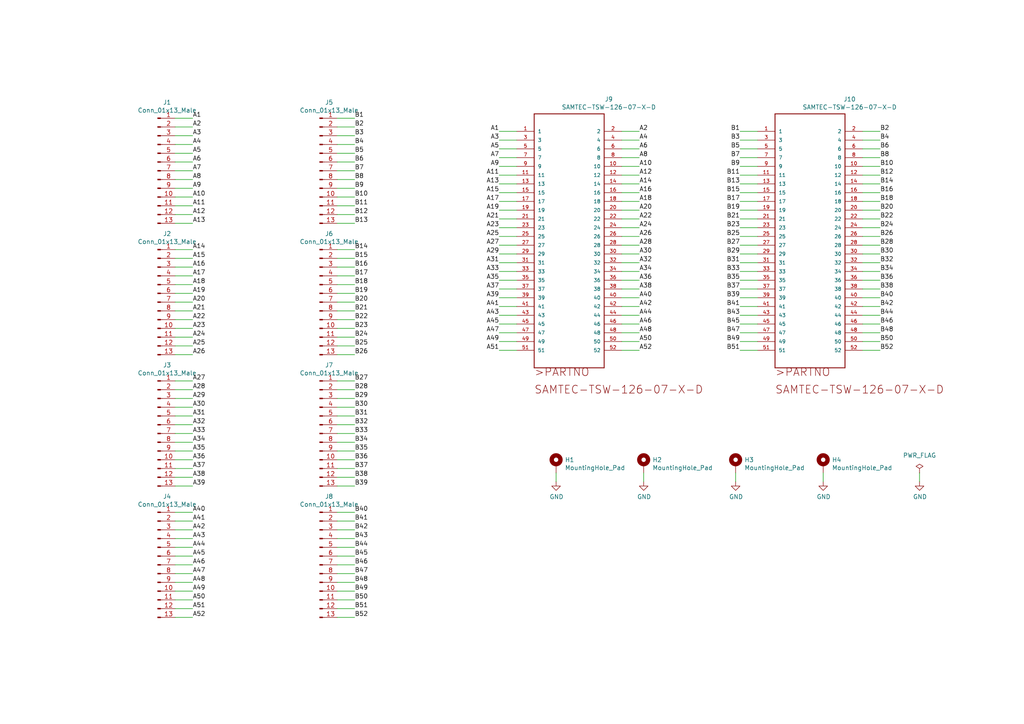
<source format=kicad_sch>
(kicad_sch (version 20230121) (generator eeschema)
  (paper "A4")
  (title_block (title "PC-104 to PicoBlade Adapter (Bottom)") (date "2023-11-16") (rev "v2.1") (company "SpaceLab") (comment 1 "Author: Gabriel Mariano Marcelino <gabriel.mm8@gmail.com>"))
  (lib_symbols
    (symbol "Mechanical:MountingHole_Pad" (pin_numbers hide) (pin_names (offset 1.016) hide)
      (property "Reference" "H" (at 0 6.35 0))
      (property "Value" "MountingHole_Pad" (at 0 4.445 0))
      (symbol "MountingHole_Pad_0_1"
        (circle (center 0 1.27) (radius 1.27) (stroke (width 1.27)))
      )
      (symbol "MountingHole_Pad_1_1"
        (pin input line (at 0 -2.54 90) (length 2.54) (name "1") (number "1"))
      )
    )
    (symbol "TSW-126-07-X-D:SAMTEC-TSW-126-07-X-D" (pin_names (offset 1.016))
      (property "Reference" "J" (at 0 5.08 0))
      (property "Value" "SAMTEC-TSW-126-07-X-D" (at 0 -73.66 0))
      (symbol "SAMTEC-TSW-126-07-X-D_0_0"
        (polyline (pts (xy 0 -68.58) (xy 0 5.08)) (stroke (width 0.254)))
        (polyline (pts (xy 0 5.08) (xy 20.2946 5.08)) (stroke (width 0.254)))
        (polyline (pts (xy 20.2946 -68.58) (xy 0 -68.58)) (stroke (width 0.254)))
        (polyline (pts (xy 20.2946 5.08) (xy 20.2946 -68.58)) (stroke (width 0.254)))
        (text ">PARTNO" (at 0 -71.12 0) (effects (font (size 2.286 2.286)) (justify left bottom)))
        (text "SAMTEC-TSW-126-07-X-D" (at 0 -76.2 0) (effects (font (size 2.286 2.286)) (justify left bottom)))
        (pin passive line (at -5.08 0 0) (length 5.08) (name "1") (number "1"))
        (pin passive line (at 25.4 -10.16 180) (length 5.08) (name "10") (number "10"))
        (pin passive line (at -5.08 -12.7 0) (length 5.08) (name "11") (number "11"))
        (pin passive line (at 25.4 -12.7 180) (length 5.08) (name "12") (number "12"))
        (pin passive line (at -5.08 -15.24 0) (length 5.08) (name "13") (number "13"))
        (pin passive line (at 25.4 -15.24 180) (length 5.08) (name "14") (number "14"))
        (pin passive line (at -5.08 -17.78 0) (length 5.08) (name "15") (number "15"))
        (pin passive line (at 25.4 -17.78 180) (length 5.08) (name "16") (number "16"))
        (pin passive line (at -5.08 -20.32 0) (length 5.08) (name "17") (number "17"))
        (pin passive line (at 25.4 -20.32 180) (length 5.08) (name "18") (number "18"))
        (pin passive line (at -5.08 -22.86 0) (length 5.08) (name "19") (number "19"))
        (pin passive line (at 25.4 0 180) (length 5.08) (name "2") (number "2"))
        (pin passive line (at 25.4 -22.86 180) (length 5.08) (name "20") (number "20"))
        (pin passive line (at -5.08 -25.4 0) (length 5.08) (name "21") (number "21"))
        (pin passive line (at 25.4 -25.4 180) (length 5.08) (name "22") (number "22"))
        (pin passive line (at -5.08 -27.94 0) (length 5.08) (name "23") (number "23"))
        (pin passive line (at 25.4 -27.94 180) (length 5.08) (name "24") (number "24"))
        (pin passive line (at -5.08 -30.48 0) (length 5.08) (name "25") (number "25"))
        (pin passive line (at 25.4 -30.48 180) (length 5.08) (name "26") (number "26"))
        (pin passive line (at -5.08 -33.02 0) (length 5.08) (name "27") (number "27"))
        (pin passive line (at 25.4 -33.02 180) (length 5.08) (name "28") (number "28"))
        (pin passive line (at -5.08 -35.56 0) (length 5.08) (name "29") (number "29"))
        (pin passive line (at -5.08 -2.54 0) (length 5.08) (name "3") (number "3"))
        (pin passive line (at 25.4 -35.56 180) (length 5.08) (name "30") (number "30"))
        (pin passive line (at -5.08 -38.1 0) (length 5.08) (name "31") (number "31"))
        (pin passive line (at 25.4 -38.1 180) (length 5.08) (name "32") (number "32"))
        (pin passive line (at -5.08 -40.64 0) (length 5.08) (name "33") (number "33"))
        (pin passive line (at 25.4 -40.64 180) (length 5.08) (name "34") (number "34"))
        (pin passive line (at -5.08 -43.18 0) (length 5.08) (name "35") (number "35"))
        (pin passive line (at 25.4 -43.18 180) (length 5.08) (name "36") (number "36"))
        (pin passive line (at -5.08 -45.72 0) (length 5.08) (name "37") (number "37"))
        (pin passive line (at 25.4 -45.72 180) (length 5.08) (name "38") (number "38"))
        (pin passive line (at -5.08 -48.26 0) (length 5.08) (name "39") (number "39"))
        (pin passive line (at 25.4 -2.54 180) (length 5.08) (name "4") (number "4"))
        (pin passive line (at 25.4 -48.26 180) (length 5.08) (name "40") (number "40"))
        (pin passive line (at -5.08 -50.8 0) (length 5.08) (name "41") (number "41"))
        (pin passive line (at 25.4 -50.8 180) (length 5.08) (name "42") (number "42"))
        (pin passive line (at -5.08 -53.34 0) (length 5.08) (name "43") (number "43"))
        (pin passive line (at 25.4 -53.34 180) (length 5.08) (name "44") (number "44"))
        (pin passive line (at -5.08 -55.88 0) (length 5.08) (name "45") (number "45"))
        (pin passive line (at 25.4 -55.88 180) (length 5.08) (name "46") (number "46"))
        (pin passive line (at -5.08 -58.42 0) (length 5.08) (name "47") (number "47"))
        (pin passive line (at 25.4 -58.42 180) (length 5.08) (name "48") (number "48"))
        (pin passive line (at -5.08 -60.96 0) (length 5.08) (name "49") (number "49"))
        (pin passive line (at -5.08 -5.08 0) (length 5.08) (name "5") (number "5"))
        (pin passive line (at 25.4 -60.96 180) (length 5.08) (name "50") (number "50"))
        (pin passive line (at -5.08 -63.5 0) (length 5.08) (name "51") (number "51"))
        (pin passive line (at 25.4 -63.5 180) (length 5.08) (name "52") (number "52"))
        (pin passive line (at 25.4 -5.08 180) (length 5.08) (name "6") (number "6"))
        (pin passive line (at -5.08 -7.62 0) (length 5.08) (name "7") (number "7"))
        (pin passive line (at 25.4 -7.62 180) (length 5.08) (name "8") (number "8"))
        (pin passive line (at -5.08 -10.16 0) (length 5.08) (name "9") (number "9"))
      )
    )
    (symbol "pc104-adapter-bottom-rescue:Conn_01x13_Male-Connector" (pin_names (offset 1.016) hide)
      (property "Reference" "J" (at 0 17.78 0))
      (property "Value" "Connector_Conn_01x13_Male" (at 0 -17.78 0))
      (symbol "Conn_01x13_Male-Connector_1_1"
        (polyline (pts (xy 1.27 -15.24) (xy 0.8636 -15.24)) (stroke (width 0.1524)))
        (polyline (pts (xy 1.27 -12.7) (xy 0.8636 -12.7)) (stroke (width 0.1524)))
        (polyline (pts (xy 1.27 -10.16) (xy 0.8636 -10.16)) (stroke (width 0.1524)))
        (polyline (pts (xy 1.27 -7.62) (xy 0.8636 -7.62)) (stroke (width 0.1524)))
        (polyline (pts (xy 1.27 -5.08) (xy 0.8636 -5.08)) (stroke (width 0.1524)))
        (polyline (pts (xy 1.27 -2.54) (xy 0.8636 -2.54)) (stroke (width 0.1524)))
        (polyline (pts (xy 1.27 0) (xy 0.8636 0)) (stroke (width 0.1524)))
        (polyline (pts (xy 1.27 2.54) (xy 0.8636 2.54)) (stroke (width 0.1524)))
        (polyline (pts (xy 1.27 5.08) (xy 0.8636 5.08)) (stroke (width 0.1524)))
        (polyline (pts (xy 1.27 7.62) (xy 0.8636 7.62)) (stroke (width 0.1524)))
        (polyline (pts (xy 1.27 10.16) (xy 0.8636 10.16)) (stroke (width 0.1524)))
        (polyline (pts (xy 1.27 12.7) (xy 0.8636 12.7)) (stroke (width 0.1524)))
        (polyline (pts (xy 1.27 15.24) (xy 0.8636 15.24)) (stroke (width 0.1524)))
        (rectangle (start 0.8636 -15.113) (end 0 -15.367) (stroke (width 0.1524)) (fill (type outline)))
        (rectangle (start 0.8636 -12.573) (end 0 -12.827) (stroke (width 0.1524)) (fill (type outline)))
        (rectangle (start 0.8636 -10.033) (end 0 -10.287) (stroke (width 0.1524)) (fill (type outline)))
        (rectangle (start 0.8636 -7.493) (end 0 -7.747) (stroke (width 0.1524)) (fill (type outline)))
        (rectangle (start 0.8636 -4.953) (end 0 -5.207) (stroke (width 0.1524)) (fill (type outline)))
        (rectangle (start 0.8636 -2.413) (end 0 -2.667) (stroke (width 0.1524)) (fill (type outline)))
        (rectangle (start 0.8636 0.127) (end 0 -0.127) (stroke (width 0.1524)) (fill (type outline)))
        (rectangle (start 0.8636 2.667) (end 0 2.413) (stroke (width 0.1524)) (fill (type outline)))
        (rectangle (start 0.8636 5.207) (end 0 4.953) (stroke (width 0.1524)) (fill (type outline)))
        (rectangle (start 0.8636 7.747) (end 0 7.493) (stroke (width 0.1524)) (fill (type outline)))
        (rectangle (start 0.8636 10.287) (end 0 10.033) (stroke (width 0.1524)) (fill (type outline)))
        (rectangle (start 0.8636 12.827) (end 0 12.573) (stroke (width 0.1524)) (fill (type outline)))
        (rectangle (start 0.8636 15.367) (end 0 15.113) (stroke (width 0.1524)) (fill (type outline)))
        (pin passive line (at 5.08 15.24 180) (length 3.81) (name "Pin_1") (number "1"))
        (pin passive line (at 5.08 -7.62 180) (length 3.81) (name "Pin_10") (number "10"))
        (pin passive line (at 5.08 -10.16 180) (length 3.81) (name "Pin_11") (number "11"))
        (pin passive line (at 5.08 -12.7 180) (length 3.81) (name "Pin_12") (number "12"))
        (pin passive line (at 5.08 -15.24 180) (length 3.81) (name "Pin_13") (number "13"))
        (pin passive line (at 5.08 12.7 180) (length 3.81) (name "Pin_2") (number "2"))
        (pin passive line (at 5.08 10.16 180) (length 3.81) (name "Pin_3") (number "3"))
        (pin passive line (at 5.08 7.62 180) (length 3.81) (name "Pin_4") (number "4"))
        (pin passive line (at 5.08 5.08 180) (length 3.81) (name "Pin_5") (number "5"))
        (pin passive line (at 5.08 2.54 180) (length 3.81) (name "Pin_6") (number "6"))
        (pin passive line (at 5.08 0 180) (length 3.81) (name "Pin_7") (number "7"))
        (pin passive line (at 5.08 -2.54 180) (length 3.81) (name "Pin_8") (number "8"))
        (pin passive line (at 5.08 -5.08 180) (length 3.81) (name "Pin_9") (number "9"))
      )
    )
    (symbol "power:GND" (power) (pin_names (offset 0))
      (property "Value" "GND" (at 0 -3.81 0))
      (symbol "GND_0_1"
        (polyline (pts (xy 0 0) (xy 0 -1.27) (xy 1.27 -1.27) (xy 0 -2.54) (xy -1.27 -1.27) (xy 0 -1.27)))
      )
      (symbol "GND_1_1"
        (pin power_in line (at 0 0 270) (length 0) hide (name "GND") (number "1"))
      )
    )
    (symbol "power:PWR_FLAG" (power) (pin_numbers hide) (pin_names (offset 0) hide)
      (property "Value" "PWR_FLAG" (at 0 3.81 0))
      (symbol "PWR_FLAG_0_0"
        (pin power_out line (at 0 0 90) (length 0) (name "pwr") (number "1"))
      )
      (symbol "PWR_FLAG_0_1"
        (polyline (pts (xy 0 0) (xy 0 1.27) (xy -1.016 1.905) (xy 0 2.54) (xy 1.016 1.905) (xy 0 1.27)))
      )
    )
  )
  (wire (pts (xy 255.27 66.04) (xy 250.19 66.04)))
  (wire (pts (xy 238.76 139.7) (xy 238.76 137.16)))
  (wire (pts (xy 97.79 77.47) (xy 102.87 77.47)))
  (wire (pts (xy 214.63 45.72) (xy 219.71 45.72)))
  (wire (pts (xy 102.87 118.11) (xy 97.79 118.11)))
  (wire (pts (xy 55.88 138.43) (xy 50.8 138.43)))
  (wire (pts (xy 144.78 43.18) (xy 149.86 43.18)))
  (wire (pts (xy 144.78 101.6) (xy 149.86 101.6)))
  (wire (pts (xy 180.34 99.06) (xy 185.42 99.06)))
  (wire (pts (xy 144.78 58.42) (xy 149.86 58.42)))
  (wire (pts (xy 102.87 34.29) (xy 97.79 34.29)))
  (wire (pts (xy 219.71 76.2) (xy 214.63 76.2)))
  (wire (pts (xy 97.79 102.87) (xy 102.87 102.87)))
  (wire (pts (xy 102.87 151.13) (xy 97.79 151.13)))
  (wire (pts (xy 250.19 48.26) (xy 255.27 48.26)))
  (wire (pts (xy 250.19 53.34) (xy 255.27 53.34)))
  (wire (pts (xy 50.8 120.65) (xy 55.88 120.65)))
  (wire (pts (xy 97.79 52.07) (xy 102.87 52.07)))
  (wire (pts (xy 55.88 82.55) (xy 50.8 82.55)))
  (wire (pts (xy 50.8 148.59) (xy 55.88 148.59)))
  (wire (pts (xy 219.71 53.34) (xy 214.63 53.34)))
  (wire (pts (xy 144.78 63.5) (xy 149.86 63.5)))
  (wire (pts (xy 97.79 92.71) (xy 102.87 92.71)))
  (wire (pts (xy 214.63 43.18) (xy 219.71 43.18)))
  (wire (pts (xy 250.19 88.9) (xy 255.27 88.9)))
  (wire (pts (xy 149.86 99.06) (xy 144.78 99.06)))
  (wire (pts (xy 102.87 171.45) (xy 97.79 171.45)))
  (wire (pts (xy 180.34 43.18) (xy 185.42 43.18)))
  (wire (pts (xy 250.19 58.42) (xy 255.27 58.42)))
  (wire (pts (xy 255.27 101.6) (xy 250.19 101.6)))
  (wire (pts (xy 55.88 156.21) (xy 50.8 156.21)))
  (wire (pts (xy 185.42 66.04) (xy 180.34 66.04)))
  (wire (pts (xy 255.27 91.44) (xy 250.19 91.44)))
  (wire (pts (xy 97.79 130.81) (xy 102.87 130.81)))
  (wire (pts (xy 50.8 34.29) (xy 55.88 34.29)))
  (wire (pts (xy 55.88 113.03) (xy 50.8 113.03)))
  (wire (pts (xy 55.88 151.13) (xy 50.8 151.13)))
  (wire (pts (xy 50.8 158.75) (xy 55.88 158.75)))
  (wire (pts (xy 97.79 140.97) (xy 102.87 140.97)))
  (wire (pts (xy 55.88 171.45) (xy 50.8 171.45)))
  (wire (pts (xy 50.8 130.81) (xy 55.88 130.81)))
  (wire (pts (xy 97.79 168.91) (xy 102.87 168.91)))
  (wire (pts (xy 97.79 120.65) (xy 102.87 120.65)))
  (wire (pts (xy 149.86 71.12) (xy 144.78 71.12)))
  (wire (pts (xy 50.8 44.45) (xy 55.88 44.45)))
  (wire (pts (xy 213.36 139.7) (xy 213.36 137.16)))
  (wire (pts (xy 55.88 133.35) (xy 50.8 133.35)))
  (wire (pts (xy 102.87 161.29) (xy 97.79 161.29)))
  (wire (pts (xy 55.88 72.39) (xy 50.8 72.39)))
  (wire (pts (xy 180.34 83.82) (xy 185.42 83.82)))
  (wire (pts (xy 219.71 60.96) (xy 214.63 60.96)))
  (wire (pts (xy 185.42 76.2) (xy 180.34 76.2)))
  (wire (pts (xy 55.88 41.91) (xy 50.8 41.91)))
  (wire (pts (xy 255.27 86.36) (xy 250.19 86.36)))
  (wire (pts (xy 180.34 88.9) (xy 185.42 88.9)))
  (wire (pts (xy 102.87 176.53) (xy 97.79 176.53)))
  (wire (pts (xy 97.79 46.99) (xy 102.87 46.99)))
  (wire (pts (xy 55.88 46.99) (xy 50.8 46.99)))
  (wire (pts (xy 255.27 96.52) (xy 250.19 96.52)))
  (wire (pts (xy 50.8 168.91) (xy 55.88 168.91)))
  (wire (pts (xy 180.34 58.42) (xy 185.42 58.42)))
  (wire (pts (xy 149.86 55.88) (xy 144.78 55.88)))
  (wire (pts (xy 144.78 96.52) (xy 149.86 96.52)))
  (wire (pts (xy 214.63 48.26) (xy 219.71 48.26)))
  (wire (pts (xy 144.78 68.58) (xy 149.86 68.58)))
  (wire (pts (xy 185.42 45.72) (xy 180.34 45.72)))
  (wire (pts (xy 97.79 135.89) (xy 102.87 135.89)))
  (wire (pts (xy 102.87 54.61) (xy 97.79 54.61)))
  (wire (pts (xy 144.78 48.26) (xy 149.86 48.26)))
  (wire (pts (xy 144.78 53.34) (xy 149.86 53.34)))
  (wire (pts (xy 250.19 38.1) (xy 255.27 38.1)))
  (wire (pts (xy 214.63 78.74) (xy 219.71 78.74)))
  (wire (pts (xy 97.79 87.63) (xy 102.87 87.63)))
  (wire (pts (xy 97.79 36.83) (xy 102.87 36.83)))
  (wire (pts (xy 50.8 115.57) (xy 55.88 115.57)))
  (wire (pts (xy 102.87 44.45) (xy 97.79 44.45)))
  (wire (pts (xy 55.88 77.47) (xy 50.8 77.47)))
  (wire (pts (xy 214.63 58.42) (xy 219.71 58.42)))
  (wire (pts (xy 97.79 57.15) (xy 102.87 57.15)))
  (wire (pts (xy 102.87 100.33) (xy 97.79 100.33)))
  (wire (pts (xy 214.63 63.5) (xy 219.71 63.5)))
  (wire (pts (xy 185.42 91.44) (xy 180.34 91.44)))
  (wire (pts (xy 102.87 156.21) (xy 97.79 156.21)))
  (wire (pts (xy 50.8 85.09) (xy 55.88 85.09)))
  (wire (pts (xy 55.88 36.83) (xy 50.8 36.83)))
  (wire (pts (xy 149.86 93.98) (xy 144.78 93.98)))
  (wire (pts (xy 255.27 71.12) (xy 250.19 71.12)))
  (wire (pts (xy 185.42 86.36) (xy 180.34 86.36)))
  (wire (pts (xy 219.71 101.6) (xy 214.63 101.6)))
  (wire (pts (xy 149.86 66.04) (xy 144.78 66.04)))
  (wire (pts (xy 97.79 62.23) (xy 102.87 62.23)))
  (wire (pts (xy 186.69 139.7) (xy 186.69 137.16)))
  (wire (pts (xy 97.79 163.83) (xy 102.87 163.83)))
  (wire (pts (xy 180.34 73.66) (xy 185.42 73.66)))
  (wire (pts (xy 50.8 163.83) (xy 55.88 163.83)))
  (wire (pts (xy 161.29 139.7) (xy 161.29 137.16)))
  (wire (pts (xy 55.88 123.19) (xy 50.8 123.19)))
  (wire (pts (xy 102.87 90.17) (xy 97.79 90.17)))
  (wire (pts (xy 55.88 92.71) (xy 50.8 92.71)))
  (wire (pts (xy 102.87 39.37) (xy 97.79 39.37)))
  (wire (pts (xy 144.78 81.28) (xy 149.86 81.28)))
  (wire (pts (xy 185.42 96.52) (xy 180.34 96.52)))
  (wire (pts (xy 219.71 40.64) (xy 214.63 40.64)))
  (wire (pts (xy 102.87 74.93) (xy 97.79 74.93)))
  (wire (pts (xy 180.34 63.5) (xy 185.42 63.5)))
  (wire (pts (xy 219.71 91.44) (xy 214.63 91.44)))
  (wire (pts (xy 255.27 81.28) (xy 250.19 81.28)))
  (wire (pts (xy 55.88 128.27) (xy 50.8 128.27)))
  (wire (pts (xy 50.8 153.67) (xy 55.88 153.67)))
  (wire (pts (xy 50.8 140.97) (xy 55.88 140.97)))
  (wire (pts (xy 219.71 96.52) (xy 214.63 96.52)))
  (wire (pts (xy 250.19 63.5) (xy 255.27 63.5)))
  (wire (pts (xy 149.86 45.72) (xy 144.78 45.72)))
  (wire (pts (xy 255.27 40.64) (xy 250.19 40.64)))
  (wire (pts (xy 255.27 76.2) (xy 250.19 76.2)))
  (wire (pts (xy 55.88 87.63) (xy 50.8 87.63)))
  (wire (pts (xy 50.8 179.07) (xy 55.88 179.07)))
  (wire (pts (xy 219.71 55.88) (xy 214.63 55.88)))
  (wire (pts (xy 50.8 173.99) (xy 55.88 173.99)))
  (wire (pts (xy 144.78 78.74) (xy 149.86 78.74)))
  (wire (pts (xy 219.71 86.36) (xy 214.63 86.36)))
  (wire (pts (xy 50.8 135.89) (xy 55.88 135.89)))
  (wire (pts (xy 185.42 55.88) (xy 180.34 55.88)))
  (wire (pts (xy 55.88 161.29) (xy 50.8 161.29)))
  (wire (pts (xy 180.34 93.98) (xy 185.42 93.98)))
  (wire (pts (xy 97.79 148.59) (xy 102.87 148.59)))
  (wire (pts (xy 180.34 68.58) (xy 185.42 68.58)))
  (wire (pts (xy 97.79 153.67) (xy 102.87 153.67)))
  (wire (pts (xy 102.87 64.77) (xy 97.79 64.77)))
  (wire (pts (xy 50.8 54.61) (xy 55.88 54.61)))
  (wire (pts (xy 102.87 166.37) (xy 97.79 166.37)))
  (wire (pts (xy 102.87 138.43) (xy 97.79 138.43)))
  (wire (pts (xy 102.87 133.35) (xy 97.79 133.35)))
  (wire (pts (xy 219.71 81.28) (xy 214.63 81.28)))
  (wire (pts (xy 185.42 40.64) (xy 180.34 40.64)))
  (wire (pts (xy 97.79 97.79) (xy 102.87 97.79)))
  (wire (pts (xy 55.88 176.53) (xy 50.8 176.53)))
  (wire (pts (xy 97.79 115.57) (xy 102.87 115.57)))
  (wire (pts (xy 149.86 60.96) (xy 144.78 60.96)))
  (wire (pts (xy 214.63 83.82) (xy 219.71 83.82)))
  (wire (pts (xy 214.63 38.1) (xy 219.71 38.1)))
  (wire (pts (xy 144.78 38.1) (xy 149.86 38.1)))
  (wire (pts (xy 102.87 128.27) (xy 97.79 128.27)))
  (wire (pts (xy 214.63 99.06) (xy 219.71 99.06)))
  (wire (pts (xy 50.8 110.49) (xy 55.88 110.49)))
  (wire (pts (xy 50.8 49.53) (xy 55.88 49.53)))
  (wire (pts (xy 97.79 125.73) (xy 102.87 125.73)))
  (wire (pts (xy 102.87 85.09) (xy 97.79 85.09)))
  (wire (pts (xy 50.8 95.25) (xy 55.88 95.25)))
  (wire (pts (xy 102.87 123.19) (xy 97.79 123.19)))
  (wire (pts (xy 149.86 88.9) (xy 144.78 88.9)))
  (wire (pts (xy 149.86 76.2) (xy 144.78 76.2)))
  (wire (pts (xy 97.79 82.55) (xy 102.87 82.55)))
  (wire (pts (xy 97.79 41.91) (xy 102.87 41.91)))
  (wire (pts (xy 250.19 68.58) (xy 255.27 68.58)))
  (wire (pts (xy 97.79 179.07) (xy 102.87 179.07)))
  (wire (pts (xy 149.86 83.82) (xy 144.78 83.82)))
  (wire (pts (xy 255.27 60.96) (xy 250.19 60.96)))
  (wire (pts (xy 214.63 50.8) (xy 219.71 50.8)))
  (wire (pts (xy 185.42 50.8) (xy 180.34 50.8)))
  (wire (pts (xy 144.78 86.36) (xy 149.86 86.36)))
  (wire (pts (xy 50.8 125.73) (xy 55.88 125.73)))
  (wire (pts (xy 55.88 118.11) (xy 50.8 118.11)))
  (wire (pts (xy 250.19 73.66) (xy 255.27 73.66)))
  (wire (pts (xy 102.87 59.69) (xy 97.79 59.69)))
  (wire (pts (xy 185.42 60.96) (xy 180.34 60.96)))
  (wire (pts (xy 214.63 68.58) (xy 219.71 68.58)))
  (wire (pts (xy 55.88 52.07) (xy 50.8 52.07)))
  (wire (pts (xy 55.88 62.23) (xy 50.8 62.23)))
  (wire (pts (xy 250.19 43.18) (xy 255.27 43.18)))
  (wire (pts (xy 250.19 83.82) (xy 255.27 83.82)))
  (wire (pts (xy 144.78 73.66) (xy 149.86 73.66)))
  (wire (pts (xy 250.19 78.74) (xy 255.27 78.74)))
  (wire (pts (xy 180.34 78.74) (xy 185.42 78.74)))
  (wire (pts (xy 102.87 95.25) (xy 97.79 95.25)))
  (wire (pts (xy 97.79 158.75) (xy 102.87 158.75)))
  (wire (pts (xy 266.7 137.16) (xy 266.7 139.7)))
  (wire (pts (xy 55.88 97.79) (xy 50.8 97.79)))
  (wire (pts (xy 219.71 71.12) (xy 214.63 71.12)))
  (wire (pts (xy 102.87 49.53) (xy 97.79 49.53)))
  (wire (pts (xy 255.27 50.8) (xy 250.19 50.8)))
  (wire (pts (xy 102.87 113.03) (xy 97.79 113.03)))
  (wire (pts (xy 50.8 80.01) (xy 55.88 80.01)))
  (wire (pts (xy 55.88 102.87) (xy 50.8 102.87)))
  (wire (pts (xy 55.88 166.37) (xy 50.8 166.37)))
  (wire (pts (xy 255.27 55.88) (xy 250.19 55.88)))
  (wire (pts (xy 250.19 99.06) (xy 255.27 99.06)))
  (wire (pts (xy 50.8 64.77) (xy 55.88 64.77)))
  (wire (pts (xy 250.19 93.98) (xy 255.27 93.98)))
  (wire (pts (xy 185.42 71.12) (xy 180.34 71.12)))
  (wire (pts (xy 219.71 73.66) (xy 214.63 73.66)))
  (wire (pts (xy 180.34 53.34) (xy 185.42 53.34)))
  (wire (pts (xy 214.63 88.9) (xy 219.71 88.9)))
  (wire (pts (xy 185.42 81.28) (xy 180.34 81.28)))
  (wire (pts (xy 144.78 91.44) (xy 149.86 91.44)))
  (wire (pts (xy 255.27 45.72) (xy 250.19 45.72)))
  (wire (pts (xy 185.42 101.6) (xy 180.34 101.6)))
  (wire (pts (xy 185.42 38.1) (xy 180.34 38.1)))
  (wire (pts (xy 50.8 100.33) (xy 55.88 100.33)))
  (wire (pts (xy 180.34 48.26) (xy 185.42 48.26)))
  (wire (pts (xy 97.79 72.39) (xy 102.87 72.39)))
  (wire (pts (xy 214.63 93.98) (xy 219.71 93.98)))
  (wire (pts (xy 50.8 90.17) (xy 55.88 90.17)))
  (wire (pts (xy 149.86 40.64) (xy 144.78 40.64)))
  (wire (pts (xy 97.79 173.99) (xy 102.87 173.99)))
  (wire (pts (xy 102.87 80.01) (xy 97.79 80.01)))
  (wire (pts (xy 97.79 110.49) (xy 102.87 110.49)))
  (wire (pts (xy 219.71 66.04) (xy 214.63 66.04)))
  (wire (pts (xy 149.86 50.8) (xy 144.78 50.8)))
  (wire (pts (xy 50.8 59.69) (xy 55.88 59.69)))
  (wire (pts (xy 55.88 57.15) (xy 50.8 57.15)))
  (wire (pts (xy 50.8 74.93) (xy 55.88 74.93)))
  (wire (pts (xy 50.8 39.37) (xy 55.88 39.37)))
  (label "A10" (at 185.42 48.26 0))
  (label "A13" (at 144.78 53.34 180))
  (label "B28" (at 255.27 71.12 0))
  (label "A21" (at 55.88 90.17 0))
  (label "A40" (at 55.88 148.59 0))
  (label "B1" (at 102.87 34.29 0))
  (label "B29" (at 102.87 115.57 0))
  (label "A44" (at 55.88 158.75 0))
  (label "B10" (at 255.27 48.26 0))
  (label "A8" (at 55.88 52.07 0))
  (label "B6" (at 255.27 43.18 0))
  (label "A25" (at 55.88 100.33 0))
  (label "A18" (at 185.42 58.42 0))
  (label "B43" (at 214.63 91.44 180))
  (label "A15" (at 144.78 55.88 180))
  (label "B14" (at 102.87 72.39 0))
  (label "A23" (at 55.88 95.25 0))
  (label "A1" (at 144.78 38.1 180))
  (label "A7" (at 55.88 49.53 0))
  (label "B15" (at 214.63 55.88 180))
  (label "B33" (at 214.63 78.74 180))
  (label "B22" (at 255.27 63.5 0))
  (label "A38" (at 55.88 138.43 0))
  (label "B26" (at 102.87 102.87 0))
  (label "A44" (at 185.42 91.44 0))
  (label "A31" (at 55.88 120.65 0))
  (label "A19" (at 144.78 60.96 180))
  (label "A33" (at 144.78 78.74 180))
  (label "A30" (at 55.88 118.11 0))
  (label "B35" (at 214.63 81.28 180))
  (label "B10" (at 102.87 57.15 0))
  (label "A27" (at 144.78 71.12 180))
  (label "B49" (at 102.87 171.45 0))
  (label "A6" (at 185.42 43.18 0))
  (label "B24" (at 255.27 66.04 0))
  (label "A41" (at 55.88 151.13 0))
  (label "B38" (at 255.27 83.82 0))
  (label "A32" (at 185.42 76.2 0))
  (label "B24" (at 102.87 97.79 0))
  (label "A19" (at 55.88 85.09 0))
  (label "B41" (at 102.87 151.13 0))
  (label "A48" (at 185.42 96.52 0))
  (label "A5" (at 144.78 43.18 180))
  (label "B2" (at 102.87 36.83 0))
  (label "A43" (at 144.78 91.44 180))
  (label "A33" (at 55.88 125.73 0))
  (label "A39" (at 55.88 140.97 0))
  (label "B18" (at 255.27 58.42 0))
  (label "A45" (at 144.78 93.98 180))
  (label "A18" (at 55.88 82.55 0))
  (label "B7" (at 102.87 49.53 0))
  (label "A13" (at 55.88 64.77 0))
  (label "A48" (at 55.88 168.91 0))
  (label "B23" (at 214.63 66.04 180))
  (label "A26" (at 55.88 102.87 0))
  (label "B13" (at 102.87 64.77 0))
  (label "B38" (at 102.87 138.43 0))
  (label "A2" (at 55.88 36.83 0))
  (label "B40" (at 102.87 148.59 0))
  (label "A34" (at 55.88 128.27 0))
  (label "B14" (at 255.27 53.34 0))
  (label "B30" (at 255.27 73.66 0))
  (label "B1" (at 214.63 38.1 180))
  (label "B42" (at 102.87 153.67 0))
  (label "A50" (at 55.88 173.99 0))
  (label "A4" (at 55.88 41.91 0))
  (label "B50" (at 102.87 173.99 0))
  (label "A28" (at 185.42 71.12 0))
  (label "A2" (at 185.42 38.1 0))
  (label "A29" (at 144.78 73.66 180))
  (label "A14" (at 185.42 53.34 0))
  (label "A17" (at 55.88 80.01 0))
  (label "A42" (at 55.88 153.67 0))
  (label "B32" (at 255.27 76.2 0))
  (label "B51" (at 214.63 101.6 180))
  (label "A8" (at 185.42 45.72 0))
  (label "A42" (at 185.42 88.9 0))
  (label "B41" (at 214.63 88.9 180))
  (label "A9" (at 55.88 54.61 0))
  (label "B39" (at 214.63 86.36 180))
  (label "B6" (at 102.87 46.99 0))
  (label "B22" (at 102.87 92.71 0))
  (label "A35" (at 144.78 81.28 180))
  (label "B47" (at 102.87 166.37 0))
  (label "B39" (at 102.87 140.97 0))
  (label "B19" (at 102.87 85.09 0))
  (label "B21" (at 214.63 63.5 180))
  (label "A51" (at 55.88 176.53 0))
  (label "A9" (at 144.78 48.26 180))
  (label "A49" (at 55.88 171.45 0))
  (label "B9" (at 102.87 54.61 0))
  (label "B27" (at 102.87 110.49 0))
  (label "A11" (at 55.88 59.69 0))
  (label "B11" (at 102.87 59.69 0))
  (label "B8" (at 255.27 45.72 0))
  (label "A4" (at 185.42 40.64 0))
  (label "A31" (at 144.78 76.2 180))
  (label "A22" (at 55.88 92.71 0))
  (label "A27" (at 55.88 110.49 0))
  (label "B34" (at 102.87 128.27 0))
  (label "A16" (at 185.42 55.88 0))
  (label "A51" (at 144.78 101.6 180))
  (label "B52" (at 255.27 101.6 0))
  (label "B46" (at 255.27 93.98 0))
  (label "B13" (at 214.63 53.34 180))
  (label "B52" (at 102.87 179.07 0))
  (label "A37" (at 144.78 83.82 180))
  (label "B8" (at 102.87 52.07 0))
  (label "B49" (at 214.63 99.06 180))
  (label "B40" (at 255.27 86.36 0))
  (label "B46" (at 102.87 163.83 0))
  (label "A10" (at 55.88 57.15 0))
  (label "B33" (at 102.87 125.73 0))
  (label "A50" (at 185.42 99.06 0))
  (label "B44" (at 102.87 158.75 0))
  (label "B32" (at 102.87 123.19 0))
  (label "B17" (at 102.87 80.01 0))
  (label "A36" (at 55.88 133.35 0))
  (label "A43" (at 55.88 156.21 0))
  (label "A14" (at 55.88 72.39 0))
  (label "A30" (at 185.42 73.66 0))
  (label "B20" (at 255.27 60.96 0))
  (label "B9" (at 214.63 48.26 180))
  (label "A37" (at 55.88 135.89 0))
  (label "B45" (at 214.63 93.98 180))
  (label "A47" (at 55.88 166.37 0))
  (label "B31" (at 214.63 76.2 180))
  (label "B51" (at 102.87 176.53 0))
  (label "B27" (at 214.63 71.12 180))
  (label "B45" (at 102.87 161.29 0))
  (label "B37" (at 214.63 83.82 180))
  (label "A17" (at 144.78 58.42 180))
  (label "B18" (at 102.87 82.55 0))
  (label "B37" (at 102.87 135.89 0))
  (label "B50" (at 255.27 99.06 0))
  (label "A20" (at 55.88 87.63 0))
  (label "A5" (at 55.88 44.45 0))
  (label "B3" (at 102.87 39.37 0))
  (label "B43" (at 102.87 156.21 0))
  (label "A26" (at 185.42 68.58 0))
  (label "A41" (at 144.78 88.9 180))
  (label "B36" (at 102.87 133.35 0))
  (label "A32" (at 55.88 123.19 0))
  (label "A24" (at 55.88 97.79 0))
  (label "B36" (at 255.27 81.28 0))
  (label "B5" (at 102.87 44.45 0))
  (label "A34" (at 185.42 78.74 0))
  (label "B34" (at 255.27 78.74 0))
  (label "B17" (at 214.63 58.42 180))
  (label "A11" (at 144.78 50.8 180))
  (label "B28" (at 102.87 113.03 0))
  (label "B30" (at 102.87 118.11 0))
  (label "B12" (at 102.87 62.23 0))
  (label "B2" (at 255.27 38.1 0))
  (label "A3" (at 55.88 39.37 0))
  (label "B44" (at 255.27 91.44 0))
  (label "A52" (at 185.42 101.6 0))
  (label "A46" (at 185.42 93.98 0))
  (label "B29" (at 214.63 73.66 180))
  (label "B23" (at 102.87 95.25 0))
  (label "A45" (at 55.88 161.29 0))
  (label "B21" (at 102.87 90.17 0))
  (label "B48" (at 255.27 96.52 0))
  (label "B19" (at 214.63 60.96 180))
  (label "A25" (at 144.78 68.58 180))
  (label "B42" (at 255.27 88.9 0))
  (label "A16" (at 55.88 77.47 0))
  (label "B7" (at 214.63 45.72 180))
  (label "A47" (at 144.78 96.52 180))
  (label "A12" (at 55.88 62.23 0))
  (label "A35" (at 55.88 130.81 0))
  (label "B31" (at 102.87 120.65 0))
  (label "B20" (at 102.87 87.63 0))
  (label "A6" (at 55.88 46.99 0))
  (label "B5" (at 214.63 43.18 180))
  (label "B47" (at 214.63 96.52 180))
  (label "A23" (at 144.78 66.04 180))
  (label "B48" (at 102.87 168.91 0))
  (label "A24" (at 185.42 66.04 0))
  (label "A7" (at 144.78 45.72 180))
  (label "B26" (at 255.27 68.58 0))
  (label "B12" (at 255.27 50.8 0))
  (label "A20" (at 185.42 60.96 0))
  (label "A40" (at 185.42 86.36 0))
  (label "B4" (at 255.27 40.64 0))
  (label "A15" (at 55.88 74.93 0))
  (label "A29" (at 55.88 115.57 0))
  (label "A22" (at 185.42 63.5 0))
  (label "B25" (at 214.63 68.58 180))
  (label "A36" (at 185.42 81.28 0))
  (label "A38" (at 185.42 83.82 0))
  (label "A3" (at 144.78 40.64 180))
  (label "B11" (at 214.63 50.8 180))
  (label "A12" (at 185.42 50.8 0))
  (label "A49" (at 144.78 99.06 180))
  (label "A28" (at 55.88 113.03 0))
  (label "B3" (at 214.63 40.64 180))
  (label "A52" (at 55.88 179.07 0))
  (label "B35" (at 102.87 130.81 0))
  (label "A46" (at 55.88 163.83 0))
  (label "A1" (at 55.88 34.29 0))
  (label "B15" (at 102.87 74.93 0))
  (label "B16" (at 102.87 77.47 0))
  (label "A21" (at 144.78 63.5 180))
  (label "B4" (at 102.87 41.91 0))
  (label "B16" (at 255.27 55.88 0))
  (label "B25" (at 102.87 100.33 0))
  (label "A39" (at 144.78 86.36 180))
  (symbol (lib_id "TSW-126-07-X-D:SAMTEC-TSW-126-07-X-D") (at 154.94 38.1 0) (unit 1)
    (property "Reference" "J9" (at 176.5808 28.7782 0))
    (property "Value" "SAMTEC-TSW-126-07-X-D" (at 176.5808 31.0896 0))
    (property "Footprint" "lib:TSW-126-07-X-D" (effects hide))
  )
  (symbol (lib_id "TSW-126-07-X-D:SAMTEC-TSW-126-07-X-D") (at 224.79 38.1 0) (unit 1)
    (property "Reference" "J10" (at 246.4308 28.7782 0))
    (property "Value" "SAMTEC-TSW-126-07-X-D" (at 246.4308 31.0896 0))
    (property "Footprint" "lib:TSW-126-07-X-D" (effects hide))
  )
  (symbol (lib_id "pc104-adapter-bottom-rescue:Conn_01x13_Male-Connector") (at 45.72 49.53 0) (unit 1)
    (property "Reference" "J1" (at 48.4632 29.6926 0))
    (property "Value" "Conn_01x13_Male" (at 48.4632 32.004 0))
    (property "Footprint" "Connector_Molex:Molex_PicoBlade_53398-1371_1x13-1MP_P1.25mm_Vertical" (effects hide))
  )
  (symbol (lib_id "pc104-adapter-bottom-rescue:Conn_01x13_Male-Connector") (at 92.71 49.53 0) (unit 1)
    (property "Reference" "J5" (at 95.4532 29.6926 0))
    (property "Value" "Conn_01x13_Male" (at 95.4532 32.004 0))
    (property "Footprint" "Connector_Molex:Molex_PicoBlade_53398-1371_1x13-1MP_P1.25mm_Vertical" (effects hide))
  )
  (symbol (lib_id "pc104-adapter-bottom-rescue:Conn_01x13_Male-Connector") (at 45.72 87.63 0) (unit 1)
    (property "Reference" "J2" (at 48.4632 67.7926 0))
    (property "Value" "Conn_01x13_Male" (at 48.4632 70.104 0))
    (property "Footprint" "Connector_Molex:Molex_PicoBlade_53398-1371_1x13-1MP_P1.25mm_Vertical" (effects hide))
  )
  (symbol (lib_id "pc104-adapter-bottom-rescue:Conn_01x13_Male-Connector") (at 92.71 87.63 0) (unit 1)
    (property "Reference" "J6" (at 95.4532 67.7926 0))
    (property "Value" "Conn_01x13_Male" (at 95.4532 70.104 0))
    (property "Footprint" "Connector_Molex:Molex_PicoBlade_53398-1371_1x13-1MP_P1.25mm_Vertical" (effects hide))
  )
  (symbol (lib_id "pc104-adapter-bottom-rescue:Conn_01x13_Male-Connector") (at 45.72 125.73 0) (unit 1)
    (property "Reference" "J3" (at 48.4632 105.8926 0))
    (property "Value" "Conn_01x13_Male" (at 48.4632 108.204 0))
    (property "Footprint" "Connector_Molex:Molex_PicoBlade_53398-1371_1x13-1MP_P1.25mm_Vertical" (effects hide))
  )
  (symbol (lib_id "pc104-adapter-bottom-rescue:Conn_01x13_Male-Connector") (at 92.71 125.73 0) (unit 1)
    (property "Reference" "J7" (at 95.4532 105.8926 0))
    (property "Value" "Conn_01x13_Male" (at 95.4532 108.204 0))
    (property "Footprint" "Connector_Molex:Molex_PicoBlade_53398-1371_1x13-1MP_P1.25mm_Vertical" (effects hide))
  )
  (symbol (lib_id "pc104-adapter-bottom-rescue:Conn_01x13_Male-Connector") (at 45.72 163.83 0) (unit 1)
    (property "Reference" "J4" (at 48.4632 143.9926 0))
    (property "Value" "Conn_01x13_Male" (at 48.4632 146.304 0))
    (property "Footprint" "Connector_Molex:Molex_PicoBlade_53398-1371_1x13-1MP_P1.25mm_Vertical" (effects hide))
  )
  (symbol (lib_id "pc104-adapter-bottom-rescue:Conn_01x13_Male-Connector") (at 92.71 163.83 0) (unit 1)
    (property "Reference" "J8" (at 95.4532 143.9926 0))
    (property "Value" "Conn_01x13_Male" (at 95.4532 146.304 0))
    (property "Footprint" "Connector_Molex:Molex_PicoBlade_53398-1371_1x13-1MP_P1.25mm_Vertical" (effects hide))
  )
  (symbol (lib_id "Mechanical:MountingHole_Pad") (at 213.36 134.62 0) (unit 1)
    (property "Reference" "H3" (at 215.9 133.3754 0) (effects (justify left)))
    (property "Value" "MountingHole_Pad" (at 215.9 135.6868 0) (effects (justify left)))
    (property "Footprint" "MountingHole:MountingHole_3.2mm_M3_ISO14580_Pad" (effects hide))
  )
  (symbol (lib_id "Mechanical:MountingHole_Pad") (at 238.76 134.62 0) (unit 1)
    (property "Reference" "H4" (at 241.3 133.3754 0) (effects (justify left)))
    (property "Value" "MountingHole_Pad" (at 241.3 135.6868 0) (effects (justify left)))
    (property "Footprint" "MountingHole:MountingHole_3.2mm_M3_ISO14580_Pad" (effects hide))
  )
  (symbol (lib_id "power:GND") (at 213.36 139.7 0) (unit 1)
    (property "Reference" "#PWR0101" (effects hide))
    (property "Value" "GND" (at 213.487 144.0942 0))
  )
  (symbol (lib_id "power:GND") (at 238.76 139.7 0) (unit 1)
    (property "Reference" "#PWR0102" (effects hide))
    (property "Value" "GND" (at 238.887 144.0942 0))
  )
  (symbol (lib_id "Mechanical:MountingHole_Pad") (at 161.29 134.62 0) (unit 1)
    (property "Reference" "H1" (at 163.83 133.3754 0) (effects (justify left)))
    (property "Value" "MountingHole_Pad" (at 163.83 135.6868 0) (effects (justify left)))
    (property "Footprint" "MountingHole:MountingHole_3.2mm_M3_ISO14580_Pad" (effects hide))
  )
  (symbol (lib_id "Mechanical:MountingHole_Pad") (at 186.69 134.62 0) (unit 1)
    (property "Reference" "H2" (at 189.23 133.3754 0) (effects (justify left)))
    (property "Value" "MountingHole_Pad" (at 189.23 135.6868 0) (effects (justify left)))
    (property "Footprint" "MountingHole:MountingHole_3.2mm_M3_ISO14580_Pad" (effects hide))
  )
  (symbol (lib_id "power:GND") (at 161.29 139.7 0) (unit 1)
    (property "Reference" "#PWR01" (effects hide))
    (property "Value" "GND" (at 161.417 144.0942 0))
  )
  (symbol (lib_id "power:GND") (at 186.69 139.7 0) (unit 1)
    (property "Reference" "#PWR02" (effects hide))
    (property "Value" "GND" (at 186.817 144.0942 0))
  )
  (symbol (lib_id "power:GND") (at 266.7 139.7 0) (unit 1)
    (property "Reference" "#PWR03" (effects hide))
    (property "Value" "GND" (at 266.827 144.0942 0))
  )
  (symbol (lib_id "power:PWR_FLAG") (at 266.7 137.16 0) (unit 1)
    (property "Reference" "#FLG01" (effects hide))
    (property "Value" "PWR_FLAG" (at 266.7 132.08 0))
  )
)
</source>
